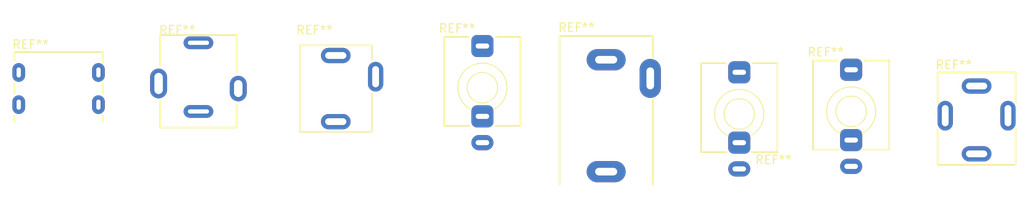
<source format=kicad_pcb>
(kicad_pcb (version 20171130) (host pcbnew 5.1.7-a382d34a8~88~ubuntu20.04.1)

  (general
    (thickness 1.6)
    (drawings 0)
    (tracks 0)
    (zones 0)
    (modules 8)
    (nets 1)
  )

  (page A4)
  (layers
    (0 F.Cu signal)
    (31 B.Cu signal)
    (32 B.Adhes user)
    (33 F.Adhes user)
    (34 B.Paste user)
    (35 F.Paste user)
    (36 B.SilkS user)
    (37 F.SilkS user)
    (38 B.Mask user)
    (39 F.Mask user)
    (40 Dwgs.User user)
    (41 Cmts.User user)
    (42 Eco1.User user)
    (43 Eco2.User user)
    (44 Edge.Cuts user)
    (45 Margin user)
    (46 B.CrtYd user)
    (47 F.CrtYd user)
    (48 B.Fab user)
    (49 F.Fab user)
  )

  (setup
    (last_trace_width 0.25)
    (trace_clearance 0.2)
    (zone_clearance 0.508)
    (zone_45_only no)
    (trace_min 0.2)
    (via_size 0.8)
    (via_drill 0.4)
    (via_min_size 0.4)
    (via_min_drill 0.3)
    (uvia_size 0.3)
    (uvia_drill 0.1)
    (uvias_allowed no)
    (uvia_min_size 0.2)
    (uvia_min_drill 0.1)
    (edge_width 0.05)
    (segment_width 0.2)
    (pcb_text_width 0.3)
    (pcb_text_size 1.5 1.5)
    (mod_edge_width 0.12)
    (mod_text_size 1 1)
    (mod_text_width 0.15)
    (pad_size 1.524 1.524)
    (pad_drill 0.762)
    (pad_to_mask_clearance 0)
    (aux_axis_origin 0 0)
    (visible_elements FFFFFF7F)
    (pcbplotparams
      (layerselection 0x010fc_ffffffff)
      (usegerberextensions false)
      (usegerberattributes true)
      (usegerberadvancedattributes true)
      (creategerberjobfile true)
      (excludeedgelayer true)
      (linewidth 0.100000)
      (plotframeref false)
      (viasonmask false)
      (mode 1)
      (useauxorigin false)
      (hpglpennumber 1)
      (hpglpenspeed 20)
      (hpglpendiameter 15.000000)
      (psnegative false)
      (psa4output false)
      (plotreference true)
      (plotvalue true)
      (plotinvisibletext false)
      (padsonsilk false)
      (subtractmaskfromsilk false)
      (outputformat 1)
      (mirror false)
      (drillshape 1)
      (scaleselection 1)
      (outputdirectory ""))
  )

  (net 0 "")

  (net_class Default "This is the default net class."
    (clearance 0.2)
    (trace_width 0.25)
    (via_dia 0.8)
    (via_drill 0.4)
    (uvia_dia 0.3)
    (uvia_drill 0.1)
  )

  (module AudioJacks:PJ3410 (layer F.Cu) (tedit 60552DF7) (tstamp 60559FD9)
    (at 210.5 91.9)
    (fp_text reference REF** (at -2.7 -6) (layer F.SilkS)
      (effects (font (size 1 1) (thickness 0.15)))
    )
    (fp_text value PJ3410 (at 2.7 -6.1) (layer F.Fab)
      (effects (font (size 1 1) (thickness 0.15)))
    )
    (fp_line (start 5 -5.5) (end -5 -5.5) (layer F.CrtYd) (width 0.12))
    (fp_line (start 5 6) (end 5 -5.5) (layer F.CrtYd) (width 0.12))
    (fp_line (start -5 6) (end 5 6) (layer F.CrtYd) (width 0.12))
    (fp_line (start -5 -5.5) (end -5 6) (layer F.CrtYd) (width 0.12))
    (fp_line (start 4.6 -5.1) (end 4.6 -1.5) (layer F.SilkS) (width 0.2))
    (fp_line (start -4.6 -5.1) (end -4.6 -1.5) (layer F.SilkS) (width 0.2))
    (fp_line (start -4.6 1.6) (end -4.6 5.8) (layer F.SilkS) (width 0.2))
    (fp_line (start 4.6 5.8) (end 4.6 1.5) (layer F.SilkS) (width 0.2))
    (fp_line (start 4.6 -5.1) (end -4.6 -5.1) (layer F.SilkS) (width 0.2))
    (fp_line (start -4.6 5.8) (end 4.6 5.8) (layer F.SilkS) (width 0.2))
    (pad 4 thru_hole oval (at 0 4.5 270) (size 1.8 3.5) (drill oval 0.8 2.5) (layers *.Cu *.Mask))
    (pad 3 thru_hole oval (at 0 -3.5 90) (size 1.8 3.5) (drill oval 0.8 2.5) (layers *.Cu *.Mask))
    (pad 2 thru_hole oval (at 3.7 0) (size 1.8 3.5) (drill oval 0.8 2.5) (layers *.Cu *.Mask))
    (pad 1 thru_hole oval (at -3.7 0) (size 1.8 3.5) (drill oval 0.8 2.5) (layers *.Cu *.Mask))
    (model ${KISYS3DMOD}/AudioJacks.3dshapes/PJ3410.step
      (at (xyz 0 0 0))
      (scale (xyz 1 1 1))
      (rotate (xyz 0 0 0))
    )
    (model ${KISYS3DMOD}/AudioJacks.3dshapes/PJ3410_Hex_nut.step
      (at (xyz 0 0 0))
      (scale (xyz 1 1 1))
      (rotate (xyz 0 0 0))
    )
    (model ${KISYS3DMOD}/AudioJacks.3dshapes/PJ3410_Round_nut.step
      (at (xyz 0 0 0))
      (scale (xyz 1 1 1))
      (rotate (xyz 0 0 0))
    )
  )

  (module AudioJacks:PJ398SM (layer F.Cu) (tedit 60552EFA) (tstamp 60559F42)
    (at 195.7 91.4)
    (descr "TRS 3.5mm, vertical, Thonkiconn, PCB mount, (http://www.qingpu-electronics.com/en/products/WQP-PJ398SM-362.html)")
    (tags "WQP-PJ398SM TRS 3.5mm mono vertical jack thonkiconn qingpu")
    (fp_text reference REF** (at -3 -7) (layer F.SilkS)
      (effects (font (size 1 1) (thickness 0.15)))
    )
    (fp_text value PJ398SM (at 0 -5) (layer F.Fab)
      (effects (font (size 1 1) (thickness 0.15)))
    )
    (fp_text user KEEPOUT (at 0 0 180) (layer Cmts.User)
      (effects (font (size 0.4 0.4) (thickness 0.051)))
    )
    (fp_text user %R (at 4.5 -9.5) (layer F.Fab)
      (effects (font (size 1 1) (thickness 0.15)))
    )
    (fp_arc (start 0 0) (end 0 -2.895) (angle 153.4) (layer F.SilkS) (width 0.12))
    (fp_arc (start 0 0) (end 0 -2.895) (angle -153.4) (layer F.SilkS) (width 0.12))
    (fp_line (start 0 0) (end 0 -2.03) (layer F.Fab) (width 0.1))
    (fp_circle (center 0 0.02) (end -1.8 0.02) (layer F.Fab) (width 0.1))
    (fp_line (start -4.5 4.47) (end 4.5 4.47) (layer F.Fab) (width 0.1))
    (fp_line (start -5 7.58) (end 5 7.58) (layer F.CrtYd) (width 0.05))
    (fp_line (start -5 -7.25) (end 5 -7.25) (layer F.CrtYd) (width 0.05))
    (fp_line (start -5 -7.25) (end -5 7.58) (layer F.CrtYd) (width 0.05))
    (fp_line (start -4.5 -5.98) (end 4.5 -5.98) (layer F.Fab) (width 0.1))
    (fp_line (start -4.5 -5.98) (end -4.5 4.42) (layer F.Fab) (width 0.1))
    (fp_circle (center 0 0) (end -1.8 0) (layer F.SilkS) (width 0.12))
    (fp_line (start 1.5 4.5) (end 4.5 4.5) (layer F.SilkS) (width 0.2))
    (fp_line (start -4.5 4.5) (end -1.5 4.5) (layer F.SilkS) (width 0.2))
    (fp_line (start 1.6 -6) (end 4.5 -6) (layer F.SilkS) (width 0.2))
    (fp_line (start -4.5 -6) (end -1.6 -6) (layer F.SilkS) (width 0.2))
    (fp_line (start 1.41 0.46) (end 0.46 1.41) (layer Dwgs.User) (width 0.12))
    (fp_line (start 1.42 -0.395) (end -0.4 1.42) (layer Dwgs.User) (width 0.12))
    (fp_line (start 1.07 -1.01) (end -1.01 1.07) (layer Dwgs.User) (width 0.12))
    (fp_line (start 0.58 -1.35) (end -1.36 0.59) (layer Dwgs.User) (width 0.12))
    (fp_line (start -0.09 -1.48) (end -1.48 -0.09) (layer Dwgs.User) (width 0.12))
    (fp_circle (center 0 0) (end -1.5 0) (layer Dwgs.User) (width 0.12))
    (fp_line (start -4.5 4.5) (end -4.5 -6) (layer F.SilkS) (width 0.2))
    (fp_line (start 4.5 4.5) (end 4.5 -6) (layer F.SilkS) (width 0.2))
    (fp_line (start 4.5 -5.98) (end 4.5 4.42) (layer F.Fab) (width 0.1))
    (fp_line (start 5 -7.25) (end 5 7.58) (layer F.CrtYd) (width 0.05))
    (pad TN thru_hole roundrect (at 0 3.38) (size 2.6 2.6) (drill oval 1.6 0.6) (layers *.Cu *.Mask) (roundrect_rratio 0.25))
    (pad S thru_hole oval (at 0 6.48) (size 2.6 1.8) (drill oval 1.6 0.6) (layers *.Cu *.Mask))
    (pad T thru_hole roundrect (at 0 -4.92) (size 2.6 2.6) (drill oval 1.6 0.6) (layers *.Cu *.Mask) (roundrect_rratio 0.25))
    (model ${KISYS3DMOD}/AudioJacks.3dshapes/PJ398SM.step
      (at (xyz 0 0 0))
      (scale (xyz 1 1 1))
      (rotate (xyz 0 0 0))
    )
    (model ${KISYS3DMOD}/AudioJacks.3dshapes/PJ398SM_Hex_nut.step
      (at (xyz 0 0 0))
      (scale (xyz 1 1 1))
      (rotate (xyz 0 0 0))
    )
    (model ${KISYS3DMOD}/AudioJacks.3dshapes/PJ398SM_Knurl_nut.step
      (at (xyz 0 0 0))
      (scale (xyz 1 1 1))
      (rotate (xyz 0 0 0))
    )
  )

  (module AudioJacks:PJ366ST (layer F.Cu) (tedit 60552F04) (tstamp 60559E7B)
    (at 182.5 91.7)
    (descr "TRS 3.5mm, vertical, Thonkiconn, PCB mount, (http://www.qingpu-electronics.com/en/products/WQP-PJ398SM-362.html)")
    (tags "WQP-PJ398SM TRS 3.5mm mono vertical jack thonkiconn qingpu")
    (fp_text reference REF** (at 4.03 5.4) (layer F.SilkS)
      (effects (font (size 1 1) (thickness 0.15)))
    )
    (fp_text value PJ366ST (at 0 -5) (layer F.Fab)
      (effects (font (size 1 1) (thickness 0.15)))
    )
    (fp_arc (start 0 0) (end 0 -2.895) (angle -153.4) (layer F.SilkS) (width 0.12))
    (fp_arc (start 0 0) (end 0 -2.895) (angle 153.4) (layer F.SilkS) (width 0.12))
    (fp_text user %R (at 0 -8) (layer F.Fab)
      (effects (font (size 1 1) (thickness 0.15)))
    )
    (fp_text user KEEPOUT (at 0 0 180) (layer Cmts.User)
      (effects (font (size 0.4 0.4) (thickness 0.051)))
    )
    (fp_line (start 5 -7.25) (end 5 7.58) (layer F.CrtYd) (width 0.05))
    (fp_line (start 4.5 -5.98) (end 4.5 4.42) (layer F.Fab) (width 0.1))
    (fp_line (start 4.5 4.5) (end 4.5 -6) (layer F.SilkS) (width 0.2))
    (fp_line (start -4.5 4.5) (end -4.5 -6) (layer F.SilkS) (width 0.2))
    (fp_circle (center 0 0) (end -1.5 0) (layer Dwgs.User) (width 0.12))
    (fp_line (start -0.09 -1.48) (end -1.48 -0.09) (layer Dwgs.User) (width 0.12))
    (fp_line (start 0.58 -1.35) (end -1.36 0.59) (layer Dwgs.User) (width 0.12))
    (fp_line (start 1.07 -1.01) (end -1.01 1.07) (layer Dwgs.User) (width 0.12))
    (fp_line (start 1.42 -0.395) (end -0.4 1.42) (layer Dwgs.User) (width 0.12))
    (fp_line (start 1.41 0.46) (end 0.46 1.41) (layer Dwgs.User) (width 0.12))
    (fp_line (start -4.5 -6) (end -1.6 -6) (layer F.SilkS) (width 0.2))
    (fp_line (start 1.6 -6) (end 4.5 -6) (layer F.SilkS) (width 0.2))
    (fp_line (start -4.5 4.5) (end -1.5 4.5) (layer F.SilkS) (width 0.2))
    (fp_line (start 1.5 4.5) (end 4.5 4.5) (layer F.SilkS) (width 0.2))
    (fp_circle (center 0 0) (end -1.8 0) (layer F.SilkS) (width 0.12))
    (fp_line (start -4.5 -5.98) (end -4.5 4.42) (layer F.Fab) (width 0.1))
    (fp_line (start -4.5 -5.98) (end 4.5 -5.98) (layer F.Fab) (width 0.1))
    (fp_line (start -5 -7.25) (end -5 7.58) (layer F.CrtYd) (width 0.05))
    (fp_line (start -5 -7.25) (end 5 -7.25) (layer F.CrtYd) (width 0.05))
    (fp_line (start -5 7.58) (end 5 7.58) (layer F.CrtYd) (width 0.05))
    (fp_line (start -4.5 4.47) (end 4.5 4.47) (layer F.Fab) (width 0.1))
    (fp_circle (center 0 0.02) (end -1.8 0.02) (layer F.Fab) (width 0.1))
    (fp_line (start 0 0) (end 0 -2.03) (layer F.Fab) (width 0.1))
    (pad T thru_hole roundrect (at 0 -4.92) (size 2.6 2.6) (drill oval 1.6 0.6) (layers *.Cu *.Mask) (roundrect_rratio 0.25))
    (pad S thru_hole oval (at 0 6.48) (size 2.6 1.8) (drill oval 1.6 0.6) (layers *.Cu *.Mask))
    (pad R thru_hole roundrect (at 0 3.38) (size 2.6 2.6) (drill oval 1.6 0.6) (layers *.Cu *.Mask) (roundrect_rratio 0.25))
    (model ${KISYS3DMOD}/AudioJacks.3dshapes/PJ366ST.step
      (at (xyz 0 0 0))
      (scale (xyz 1 1 1))
      (rotate (xyz 0 0 0))
    )
    (model ${KISYS3DMOD}/AudioJacks.3dshapes/PJ366ST_Hex_nut.step
      (at (xyz 0 0 0))
      (scale (xyz 1 1 1))
      (rotate (xyz 0 0 0))
    )
    (model ${KISYS3DMOD}/AudioJacks.3dshapes/PJ366ST_Knurl_nut.step
      (at (xyz 0 0 0))
      (scale (xyz 1 1 1))
      (rotate (xyz 0 0 0))
    )
  )

  (module AudioJacks:PJ302M (layer F.Cu) (tedit 60552CD5) (tstamp 60559DE4)
    (at 166.8 100.5)
    (fp_text reference REF** (at -3.5 -19) (layer F.SilkS)
      (effects (font (size 1 1) (thickness 0.15)))
    )
    (fp_text value PJ302M (at 2.5 -19) (layer F.Fab)
      (effects (font (size 1 1) (thickness 0.15)))
    )
    (fp_line (start -5.2 0) (end 5.2 0) (layer F.Fab) (width 0.12))
    (fp_line (start 5.2 0) (end 5.2 -17.7) (layer F.Fab) (width 0.12))
    (fp_line (start 5.2 -17.7) (end -5.2 -17.7) (layer F.Fab) (width 0.12))
    (fp_line (start -5.2 -17.7) (end -5.2 0) (layer F.Fab) (width 0.12))
    (fp_line (start -3 0) (end -3 3.5) (layer F.Fab) (width 0.12))
    (fp_line (start -3 3.5) (end 3 3.5) (layer F.Fab) (width 0.12))
    (fp_line (start 3 3.5) (end 3 0) (layer F.Fab) (width 0.12))
    (fp_line (start 5.5 -0.5) (end 5.5 -10.5) (layer F.SilkS) (width 0.2))
    (fp_line (start 5.5 -15.5) (end 5.5 -18) (layer F.SilkS) (width 0.2))
    (fp_line (start 5.5 -18) (end -5.5 -18) (layer F.SilkS) (width 0.2))
    (fp_line (start -5.5 -18) (end -5.5 -0.5) (layer F.SilkS) (width 0.2))
    (pad TN thru_hole oval (at 5.2 -13 90) (size 4.6 2.5) (drill oval 2.6 0.9) (layers *.Cu *.Mask))
    (pad T thru_hole oval (at 0 -15.2) (size 4.6 2.5) (drill oval 2.6 0.9) (layers *.Cu *.Mask))
    (pad S thru_hole oval (at 0 -2) (size 4.6 2.5) (drill oval 2.6 0.9) (layers *.Cu *.Mask))
    (model ${KISYS3DMOD}/AudioJacks.3dshapes/PJ302M.step
      (at (xyz 0 0 0))
      (scale (xyz 1 1 1))
      (rotate (xyz 0 0 0))
    )
    (model ${KISYS3DMOD}/AudioJacks.3dshapes/PJ302M_Hex_nut.step
      (at (xyz 0 0 0))
      (scale (xyz 1 1 1))
      (rotate (xyz 0 0 0))
    )
    (model ${KISYS3DMOD}/AudioJacks.3dshapes/PJ302M_Knurl_nut.step
      (at (xyz 0 0 0))
      (scale (xyz 1 1 1))
      (rotate (xyz 0 0 0))
    )
  )

  (module AudioJacks:PJ301M-12 (layer F.Cu) (tedit 60552F24) (tstamp 60559D4D)
    (at 152.2 88.6)
    (fp_text reference REF** (at -3 -7) (layer F.SilkS)
      (effects (font (size 1 1) (thickness 0.15)))
    )
    (fp_text value PJ301M-12 (at 0 -5) (layer F.Fab)
      (effects (font (size 1 1) (thickness 0.15)))
    )
    (fp_arc (start 0 0) (end 0 -2.895) (angle -153.4) (layer F.SilkS) (width 0.12))
    (fp_arc (start 0 0) (end 0 -2.895) (angle 153.4) (layer F.SilkS) (width 0.12))
    (fp_text user %R (at 4.5 -9.5) (layer F.Fab)
      (effects (font (size 1 1) (thickness 0.15)))
    )
    (fp_text user KEEPOUT (at 0 0 180) (layer Cmts.User)
      (effects (font (size 0.4 0.4) (thickness 0.051)))
    )
    (fp_line (start 0 0) (end 0 -2.03) (layer F.Fab) (width 0.1))
    (fp_circle (center 0 0.02) (end -1.8 0.02) (layer F.Fab) (width 0.1))
    (fp_line (start -4.5 4.47) (end 4.5 4.47) (layer F.Fab) (width 0.1))
    (fp_line (start -5 7.58) (end 5 7.58) (layer F.CrtYd) (width 0.05))
    (fp_line (start -5 -7.25) (end 5 -7.25) (layer F.CrtYd) (width 0.05))
    (fp_line (start -5 -7.25) (end -5 7.58) (layer F.CrtYd) (width 0.05))
    (fp_line (start -4.5 -5.98) (end 4.5 -5.98) (layer F.Fab) (width 0.1))
    (fp_line (start -4.5 -5.98) (end -4.5 4.42) (layer F.Fab) (width 0.1))
    (fp_circle (center 0 0) (end -1.8 0) (layer F.SilkS) (width 0.12))
    (fp_line (start 1.5 4.5) (end 4.5 4.5) (layer F.SilkS) (width 0.2))
    (fp_line (start -4.5 4.5) (end -1.5 4.5) (layer F.SilkS) (width 0.2))
    (fp_line (start 1.6 -6) (end 4.5 -6) (layer F.SilkS) (width 0.2))
    (fp_line (start -4.5 -6) (end -1.6 -6) (layer F.SilkS) (width 0.2))
    (fp_line (start 1.41 0.46) (end 0.46 1.41) (layer Dwgs.User) (width 0.12))
    (fp_line (start 1.42 -0.395) (end -0.4 1.42) (layer Dwgs.User) (width 0.12))
    (fp_line (start 1.07 -1.01) (end -1.01 1.07) (layer Dwgs.User) (width 0.12))
    (fp_line (start 0.58 -1.35) (end -1.36 0.59) (layer Dwgs.User) (width 0.12))
    (fp_line (start -0.09 -1.48) (end -1.48 -0.09) (layer Dwgs.User) (width 0.12))
    (fp_circle (center 0 0) (end -1.5 0) (layer Dwgs.User) (width 0.12))
    (fp_line (start -4.5 4.5) (end -4.5 -6) (layer F.SilkS) (width 0.2))
    (fp_line (start 4.5 4.5) (end 4.5 -6) (layer F.SilkS) (width 0.2))
    (fp_line (start 4.5 -5.98) (end 4.5 4.42) (layer F.Fab) (width 0.1))
    (fp_line (start 5 -7.25) (end 5 7.58) (layer F.CrtYd) (width 0.05))
    (pad T thru_hole roundrect (at 0 -4.92) (size 2.6 2.6) (drill oval 1.6 0.6) (layers *.Cu *.Mask) (roundrect_rratio 0.25))
    (pad S thru_hole oval (at 0 6.48) (size 2.6 1.8) (drill oval 1.6 0.6) (layers *.Cu *.Mask))
    (pad TN thru_hole roundrect (at 0 3.38) (size 2.6 2.6) (drill oval 1.6 0.6) (layers *.Cu *.Mask) (roundrect_rratio 0.25))
    (model ${KISYS3DMOD}/AudioJacks.3dshapes/PJ301M-12.step
      (at (xyz 0 0 0))
      (scale (xyz 1 1 1))
      (rotate (xyz 0 0 0))
    )
    (model ${KISYS3DMOD}/AudioJacks.3dshapes/PJ301M-12_Hex_nut.step
      (at (xyz 0 0 0))
      (scale (xyz 1 1 1))
      (rotate (xyz 0 0 0))
    )
    (model ${KISYS3DMOD}/AudioJacks.3dshapes/PJ301M-12_Knurl_nut.step
      (at (xyz 0 0 0))
      (scale (xyz 1 1 1))
      (rotate (xyz 0 0 0))
    )
  )

  (module AudioJacks:PJ301CM (layer F.Cu) (tedit 604CD43B) (tstamp 60559CB9)
    (at 134.9 88.1)
    (fp_text reference REF** (at -2.5 -6.3) (layer F.SilkS)
      (effects (font (size 1 1) (thickness 0.15)))
    )
    (fp_text value PJ301BM (at 3.7 -6.4) (layer F.Fab)
      (effects (font (size 1 1) (thickness 0.15)))
    )
    (fp_line (start -4.25 5.7) (end 4.25 5.7) (layer F.SilkS) (width 0.2))
    (fp_line (start -4.25 5.7) (end -4.25 -4.5) (layer F.SilkS) (width 0.2))
    (fp_line (start 4.25 5.7) (end 4.25 1.2) (layer F.SilkS) (width 0.2))
    (fp_line (start 4.25 -4.5) (end -4.25 -4.5) (layer F.SilkS) (width 0.2))
    (fp_line (start -6 7) (end -6 -8) (layer F.CrtYd) (width 0.12))
    (fp_line (start -6 -8) (end 6 -8) (layer F.CrtYd) (width 0.12))
    (fp_line (start 6 -8) (end 6 7) (layer F.CrtYd) (width 0.12))
    (fp_line (start 6 7) (end -6 7) (layer F.CrtYd) (width 0.12))
    (fp_circle (center 0 0) (end 1.5 0) (layer Dwgs.User) (width 0.12))
    (fp_line (start 4.25 -4.5) (end 4.25 -2.8) (layer F.SilkS) (width 0.2))
    (pad S thru_hole oval (at 0 -3.3) (size 3.5 1.8) (drill oval 2.5 0.8) (layers *.Cu *.Mask))
    (pad T thru_hole oval (at 0 4.5) (size 3.5 1.8) (drill oval 2.5 0.8) (layers *.Cu *.Mask))
    (pad R thru_hole oval (at 4.7 -0.8 90) (size 3.5 1.8) (drill oval 2.5 0.8) (layers *.Cu *.Mask))
  )

  (module AudioJacks:PJ301BM (layer F.Cu) (tedit 60552C63) (tstamp 60559C52)
    (at 118.7 88.1)
    (fp_text reference REF** (at -2.5 -6.3) (layer F.SilkS)
      (effects (font (size 1 1) (thickness 0.15)))
    )
    (fp_text value PJ301BM (at 3.7 -6.4) (layer F.Fab)
      (effects (font (size 1 1) (thickness 0.15)))
    )
    (fp_circle (center 0 0) (end 1.5 0) (layer Dwgs.User) (width 0.12))
    (fp_line (start 6 7) (end -6 7) (layer F.CrtYd) (width 0.12))
    (fp_line (start 6 -8) (end 6 7) (layer F.CrtYd) (width 0.12))
    (fp_line (start -6 -8) (end 6 -8) (layer F.CrtYd) (width 0.12))
    (fp_line (start -6 7) (end -6 -8) (layer F.CrtYd) (width 0.12))
    (fp_line (start -4.5 -5.7) (end 4.5 -5.7) (layer F.SilkS) (width 0.2))
    (fp_line (start -4.5 -5.7) (end -4.5 -2.1) (layer F.SilkS) (width 0.2))
    (fp_line (start 4.5 -5.7) (end 4.5 -1.3) (layer F.SilkS) (width 0.2))
    (fp_line (start 4.5 5.2) (end 4.5 2.5) (layer F.SilkS) (width 0.2))
    (fp_line (start -4.5 5.2) (end -4.5 2.1) (layer F.SilkS) (width 0.2))
    (fp_line (start -4.5 5.2) (end 4.5 5.2) (layer F.SilkS) (width 0.2))
    (pad R thru_hole oval (at 4.7 0.6 90) (size 3 2) (drill oval 2 1) (layers *.Cu *.Mask))
    (pad R thru_hole oval (at -4.7 0 90) (size 3.5 2) (drill oval 2.5 1) (layers *.Cu *.Mask))
    (pad TN thru_hole oval (at 0 3.3) (size 3.5 1.5) (drill oval 2.5 0.5) (layers *.Cu *.Mask))
    (pad T thru_hole oval (at 0 -4.8) (size 3.5 1.5) (drill oval 2.5 0.5) (layers *.Cu *.Mask))
    (model ${KISYS3DMOD}/AudioJacks.3dshapes/PJ301BM.step
      (offset (xyz 0 0 2))
      (scale (xyz 1 1 1))
      (rotate (xyz 0 0 0))
    )
    (model ${KISYS3DMOD}/AudioJacks.3dshapes/PJ301BM_Hex_nut.step
      (offset (xyz 0 0 2))
      (scale (xyz 1 1 1))
      (rotate (xyz 0 0 0))
    )
    (model ${KISYS3DMOD}/AudioJacks.3dshapes/PJ301BM_Knurl_nut.step
      (offset (xyz 0 0 2))
      (scale (xyz 1 1 1))
      (rotate (xyz 0 0 0))
    )
  )

  (module AudioJacks:FCR1281 (layer F.Cu) (tedit 60552BEE) (tstamp 60559BAF)
    (at 102.2 93)
    (fp_text reference REF** (at -3.3 -9.5) (layer F.SilkS)
      (effects (font (size 1 1) (thickness 0.15)))
    )
    (fp_text value FCR1281 (at 2.7 -9.5) (layer F.Fab)
      (effects (font (size 1 1) (thickness 0.15)))
    )
    (fp_text user "Board Edge" (at 0 0.9) (layer Dwgs.User)
      (effects (font (size 0.8 0.8) (thickness 0.15)))
    )
    (fp_line (start -5.2 -8.6) (end 5.2 -8.6) (layer F.SilkS) (width 0.2))
    (fp_line (start -5.2 -8.6) (end -5.2 -7.62) (layer F.SilkS) (width 0.2))
    (fp_line (start 5.2 -8.6) (end 5.2 -7.3) (layer F.SilkS) (width 0.2))
    (fp_line (start -5.2 -8.6) (end -5.2 0) (layer F.Fab) (width 0.12))
    (fp_line (start -5.2 0) (end 5.2 0) (layer F.Fab) (width 0.12))
    (fp_line (start 5.2 0) (end 5.2 -8.6) (layer F.Fab) (width 0.12))
    (fp_line (start 5.2 -8.6) (end -5.2 -8.6) (layer F.Fab) (width 0.12))
    (fp_line (start -4 0) (end -4 5) (layer Dwgs.User) (width 0.12))
    (fp_line (start 4 5) (end 4 0) (layer Dwgs.User) (width 0.12))
    (fp_line (start -4 5) (end 4 5) (layer Dwgs.User) (width 0.12))
    (fp_line (start -5.2 -4.9) (end -5.2 -3.7) (layer F.SilkS) (width 0.2))
    (fp_line (start 5.2 -4.8) (end 5.2 -3.7) (layer F.SilkS) (width 0.2))
    (fp_line (start -5.2 -1.1) (end -5.2 -0.4) (layer F.SilkS) (width 0.2))
    (fp_line (start 5.2 -1.1) (end 5.2 -0.4) (layer F.SilkS) (width 0.2))
    (fp_line (start -5.2 0) (end 5.2 0) (layer Dwgs.User) (width 0.1))
    (fp_line (start 6.85 0) (end -6.85 0) (layer F.CrtYd) (width 0.12))
    (fp_line (start 6.85 0) (end 6.85 -9.6) (layer F.CrtYd) (width 0.12))
    (fp_line (start -6.85 0) (end -6.85 -9.6) (layer F.CrtYd) (width 0.12))
    (fp_line (start -6.85 -9.6) (end 6.85 -9.6) (layer F.CrtYd) (width 0.12))
    (pad SN thru_hole oval (at -4.7 -2.4) (size 1.5 2.2) (drill oval 0.5 1.2) (layers *.Cu *.Mask))
    (pad S thru_hole oval (at 4.7 -2.4) (size 1.5 2.2) (drill oval 0.5 1.2) (layers *.Cu *.Mask))
    (pad TN thru_hole oval (at -4.7 -6.2) (size 1.5 2.2) (drill oval 0.5 1.2) (layers *.Cu *.Mask))
    (pad T thru_hole oval (at 4.7 -6.2) (size 1.5 2.2) (drill oval 0.5 1.2) (layers *.Cu *.Mask))
    (model ${KISYS3DMOD}/AudioJacks.3dshapes/FCR1281.step
      (offset (xyz 0 0 1.5))
      (scale (xyz 1 1 1))
      (rotate (xyz 0 0 0))
    )
    (model ${KISYS3DMOD}/AudioJacks.3dshapes/FCR1281_Hex_nut.step
      (offset (xyz 0 0 1.5))
      (scale (xyz 1 1 1))
      (rotate (xyz 0 0 0))
    )
  )

)

</source>
